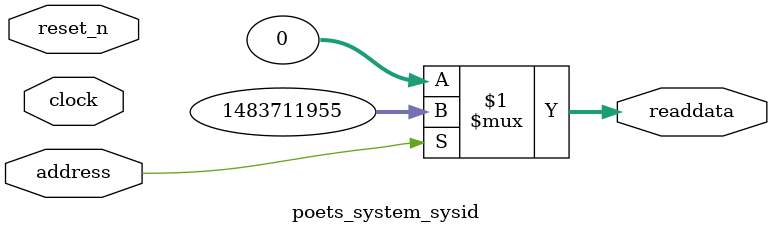
<source format=v>



// synthesis translate_off
`timescale 1ns / 1ps
// synthesis translate_on

// turn off superfluous verilog processor warnings 
// altera message_level Level1 
// altera message_off 10034 10035 10036 10037 10230 10240 10030 

module poets_system_sysid (
               // inputs:
                address,
                clock,
                reset_n,

               // outputs:
                readdata
             )
;

  output  [ 31: 0] readdata;
  input            address;
  input            clock;
  input            reset_n;

  wire    [ 31: 0] readdata;
  //control_slave, which is an e_avalon_slave
  assign readdata = address ? 1483711955 : 0;

endmodule



</source>
